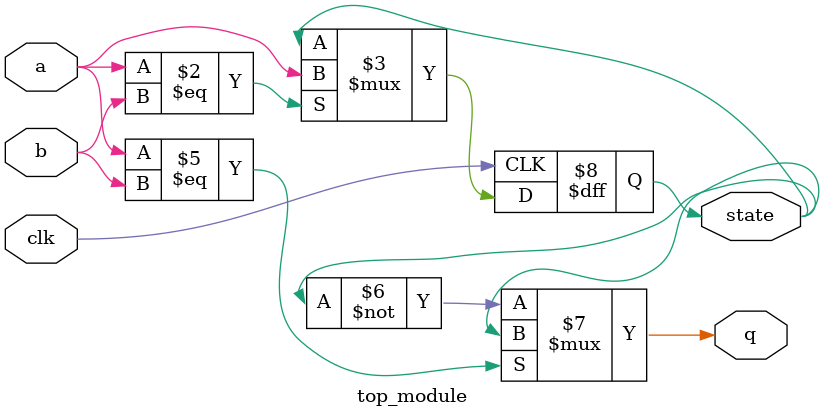
<source format=v>
module top_module (
    input clk,
    input a,
    input b,
    output q,
    output state  );
   
    always @(posedge clk)
        state <= (a==b) ? a : state; 
    
    always@* q = (a==b) ? state : ~state;
endmodule

</source>
